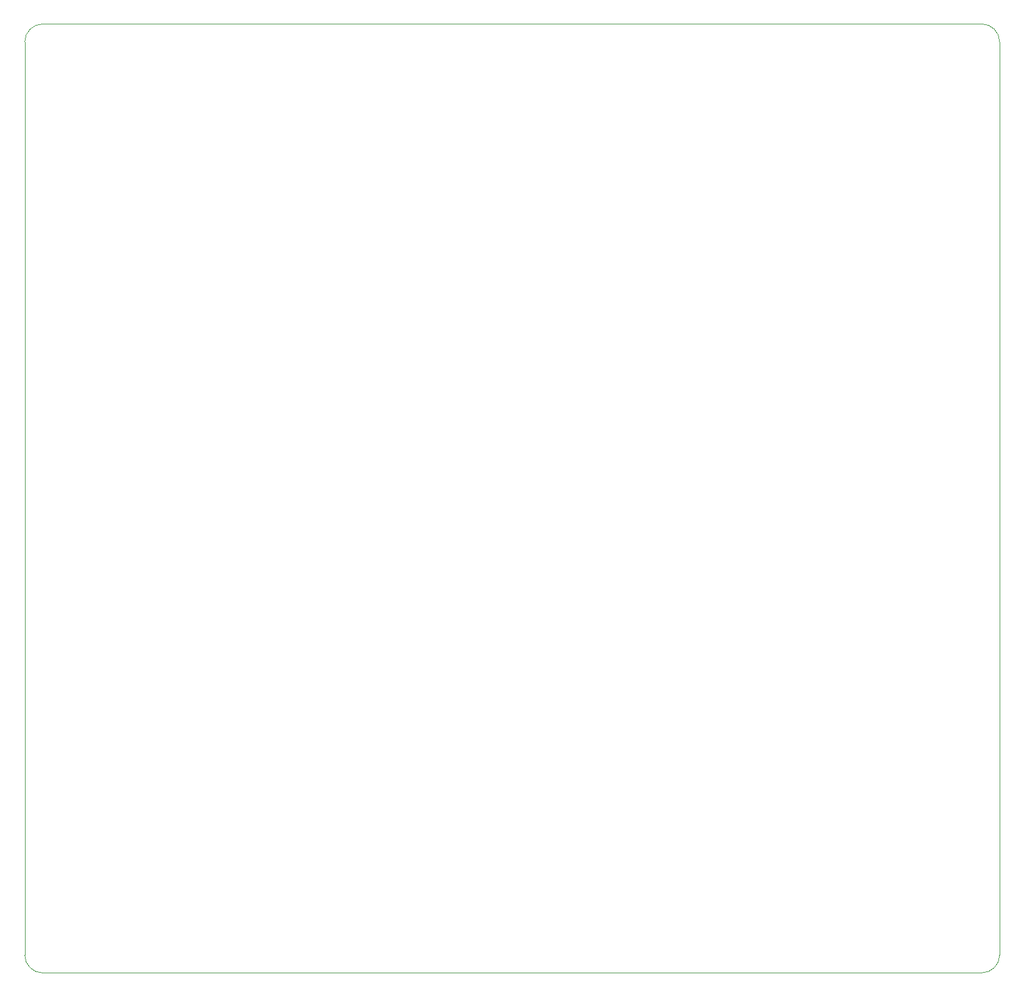
<source format=gbr>
%TF.GenerationSoftware,KiCad,Pcbnew,(7.0.0)*%
%TF.CreationDate,2023-12-07T21:26:55-05:00*%
%TF.ProjectId,PayloadPcbRev2,5061796c-6f61-4645-9063-62526576322e,rev?*%
%TF.SameCoordinates,Original*%
%TF.FileFunction,Profile,NP*%
%FSLAX46Y46*%
G04 Gerber Fmt 4.6, Leading zero omitted, Abs format (unit mm)*
G04 Created by KiCad (PCBNEW (7.0.0)) date 2023-12-07 21:26:55*
%MOMM*%
%LPD*%
G01*
G04 APERTURE LIST*
%TA.AperFunction,Profile*%
%ADD10C,0.100000*%
%TD*%
G04 APERTURE END LIST*
D10*
X194500000Y-157000000D02*
G75*
G03*
X197000000Y-154500000I0J2500000D01*
G01*
X64000000Y-25000000D02*
G75*
G03*
X61500000Y-27500000I0J-2500000D01*
G01*
X61500000Y-154500000D02*
G75*
G03*
X64000000Y-157000000I2500000J0D01*
G01*
X64000000Y-157000000D02*
X194500000Y-157000000D01*
X197000000Y-27500000D02*
X197000000Y-154500000D01*
X197000000Y-27500000D02*
G75*
G03*
X194500000Y-25000000I-2500000J0D01*
G01*
X61500000Y-154500000D02*
X61500000Y-27500000D01*
X64000000Y-25000000D02*
X194500000Y-25000000D01*
M02*

</source>
